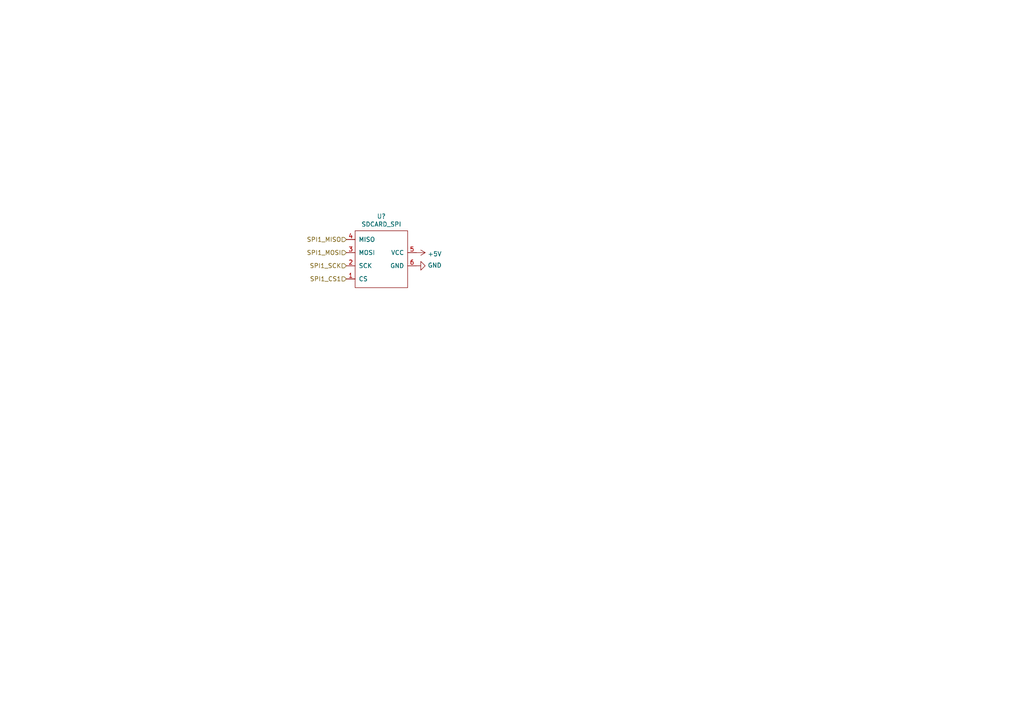
<source format=kicad_sch>
(kicad_sch (version 20211123) (generator eeschema)
  (paper "A4")
  (lib_symbols
    (symbol "BC_IC_components:SDCARD_SPI" (pin_names (offset 1.016))
      (property "Reference" "U" (at 0 6.35 0))
      (property "Value" "SDCARD_SPI" (at 0 3.81 0))
      (symbol "SDCARD_SPI_0_1"
        (rectangle (start -7.62 2.54) (end 7.62 -13.97))
      )
      (symbol "SDCARD_SPI_1_1"
        (pin input line (at -10.16 -11.43 0) (length 2.54) (name "CS") (number "1"))
        (pin input line (at -10.16 -7.62 0) (length 2.54) (name "SCK") (number "2"))
        (pin input line (at -10.16 -3.81 0) (length 2.54) (name "MOSI") (number "3"))
        (pin input line (at -10.16 0 0) (length 2.54) (name "MISO") (number "4"))
        (pin input line (at 10.16 -3.81 180) (length 2.54) (name "VCC") (number "5"))
        (pin input line (at 10.16 -7.62 180) (length 2.54) (name "GND") (number "6"))
      )
    )
    (symbol "power:+5V" (power) (pin_names (offset 0))
      (property "Value" "+5V" (at 0 3.556 0))
      (symbol "+5V_0_1"
        (polyline (pts (xy -0.762 1.27) (xy 0 2.54)))
        (polyline (pts (xy 0 0) (xy 0 2.54)))
        (polyline (pts (xy 0 2.54) (xy 0.762 1.27)))
      )
      (symbol "+5V_1_1"
        (pin power_in line (at 0 0 90) (length 0) hide (name "+5V") (number "1"))
      )
    )
    (symbol "power:GND" (power) (pin_names (offset 0))
      (property "Value" "GND" (at 0 -3.81 0))
      (symbol "GND_0_1"
        (polyline (pts (xy 0 0) (xy 0 -1.27) (xy 1.27 -1.27) (xy 0 -2.54) (xy -1.27 -1.27) (xy 0 -1.27)))
      )
      (symbol "GND_1_1"
        (pin power_in line (at 0 0 270) (length 0) hide (name "GND") (number "1"))
      )
    )
  )
  (hierarchical_label "SPI1_CS1" (shape input) (at 100.457 80.899 180))
  (hierarchical_label "SPI1_MISO" (shape input) (at 100.457 69.469 180))
  (hierarchical_label "SPI1_MOSI" (shape input) (at 100.457 73.279 180))
  (hierarchical_label "SPI1_SCK" (shape input) (at 100.457 77.089 180))
  (symbol (lib_id "BC_IC_components:SDCARD_SPI") (at 110.617 69.469 0) (unit 1)
    (property "Value" "SDCARD_SPI" (at 110.617 65.0494 0))
    (property "Footprint" "BC_IC_components:SDCARD_SPI" (effects hide))
  )
  (symbol (lib_id "power:+5V") (at 120.777 73.279 270) (unit 1)
    (property "Reference" "#PWR016" (effects hide))
    (property "Value" "+5V" (at 124.0282 73.66 90) (effects (justify left)))
  )
  (symbol (lib_id "power:GND") (at 120.777 77.089 90) (unit 1)
    (property "Reference" "#PWR017" (effects hide))
    (property "Value" "GND" (at 124.0282 76.962 90) (effects (justify right)))
  )
)
</source>
